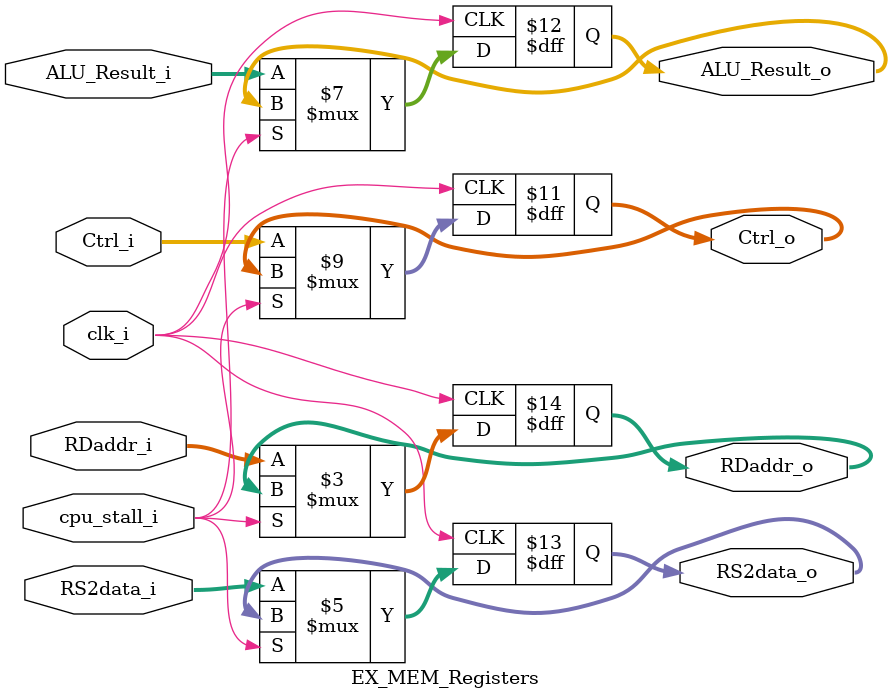
<source format=v>
module EX_MEM_Registers 
(
    clk_i,
    Ctrl_i,
    ALU_Result_i,
    RS2data_i,
    RDaddr_i,
    cpu_stall_i,
    Ctrl_o,
    ALU_Result_o,
    RS2data_o,
    RDaddr_o
);

input                clk_i, cpu_stall_i;
input  [3:0]         Ctrl_i;
input  [31:0]        ALU_Result_i, RS2data_i;
input  [4:0]         RDaddr_i;

output reg [3:0]     Ctrl_o;
output reg [31:0]    ALU_Result_o, RS2data_o;
output reg [4:0]     RDaddr_o;



always @(posedge clk_i) begin
    if (~cpu_stall_i) begin
        Ctrl_o       <= Ctrl_i;
        ALU_Result_o <= ALU_Result_i;
        RS2data_o    <= RS2data_i;
        RDaddr_o  <= RDaddr_i;
    end
end

endmodule
</source>
